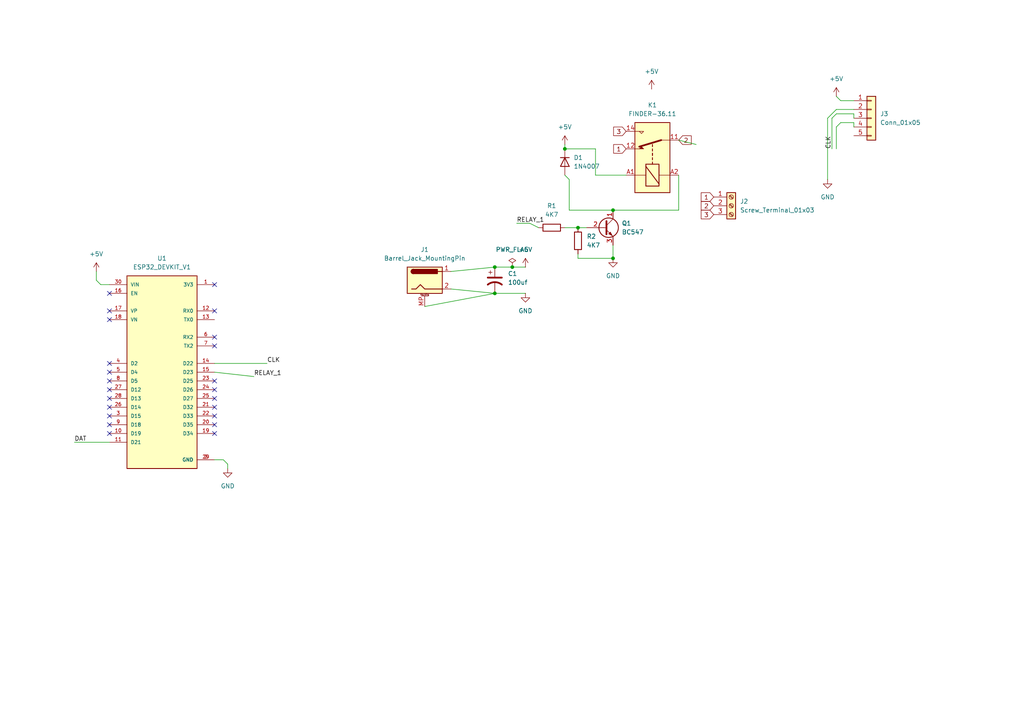
<source format=kicad_sch>
(kicad_sch (version 20231120) (generator "eeschema") (generator_version "8.0")
  (paper "A4")
  (lib_symbols
    (symbol "Connector:Barrel_Jack_MountingPin" (pin_names hide)
      (property "Reference" "J" (at 0 5.334 0))
      (property "Value" "Barrel_Jack_MountingPin" (at 1.27 -6.35 0))
      (symbol "Barrel_Jack_MountingPin_0_1"
        (rectangle (start -5.08 3.81) (end 5.08 -3.81) (stroke (width 0.254)) (fill (type background)))
        (arc (start -3.302 3.175) (mid -3.9343 2.54) (end -3.302 1.905) (stroke (width 0.254)))
        (arc (start -3.302 3.175) (mid -3.9343 2.54) (end -3.302 1.905) (stroke (width 0.254)) (fill (type outline)))
        (polyline (pts (xy 5.08 2.54) (xy 3.81 2.54)) (stroke (width 0.254)))
        (polyline (pts (xy -3.81 -2.54) (xy -2.54 -2.54) (xy -1.27 -1.27) (xy 0 -2.54) (xy 2.54 -2.54) (xy 5.08 -2.54)) (stroke (width 0.254)))
        (rectangle (start 3.683 3.175) (end -3.302 1.905) (stroke (width 0.254)) (fill (type outline)))
      )
      (symbol "Barrel_Jack_MountingPin_1_1"
        (polyline (pts (xy -1.016 -4.572) (xy 1.016 -4.572)) (stroke (width 0.1524)))
        (text "Mounting" (at 0 -4.191 0) (effects (font (size 0.381 0.381))))
        (pin passive line (at 7.62 2.54 180) (length 2.54) (name "~") (number "1"))
        (pin passive line (at 7.62 -2.54 180) (length 2.54) (name "~") (number "2"))
        (pin passive line (at 0 -7.62 90) (length 3.048) (name "MountPin") (number "MP"))
      )
    )
    (symbol "Connector:Screw_Terminal_01x03" (pin_names (offset 1.016) hide)
      (property "Reference" "J" (at 0 5.08 0))
      (property "Value" "Screw_Terminal_01x03" (at 0 -5.08 0))
      (symbol "Screw_Terminal_01x03_1_1"
        (rectangle (start -1.27 3.81) (end 1.27 -3.81) (stroke (width 0.254)) (fill (type background)))
        (circle (center 0 -2.54) (radius 0.635) (stroke (width 0.1524)))
        (polyline (pts (xy -0.5334 -2.2098) (xy 0.3302 -3.048)) (stroke (width 0.1524)))
        (polyline (pts (xy -0.5334 0.3302) (xy 0.3302 -0.508)) (stroke (width 0.1524)))
        (polyline (pts (xy -0.5334 2.8702) (xy 0.3302 2.032)) (stroke (width 0.1524)))
        (polyline (pts (xy -0.3556 -2.032) (xy 0.508 -2.8702)) (stroke (width 0.1524)))
        (polyline (pts (xy -0.3556 0.508) (xy 0.508 -0.3302)) (stroke (width 0.1524)))
        (polyline (pts (xy -0.3556 3.048) (xy 0.508 2.2098)) (stroke (width 0.1524)))
        (circle (center 0 0) (radius 0.635) (stroke (width 0.1524)))
        (circle (center 0 2.54) (radius 0.635) (stroke (width 0.1524)))
        (pin passive line (at -5.08 2.54 0) (length 3.81) (name "Pin_1") (number "1"))
        (pin passive line (at -5.08 0 0) (length 3.81) (name "Pin_2") (number "2"))
        (pin passive line (at -5.08 -2.54 0) (length 3.81) (name "Pin_3") (number "3"))
      )
    )
    (symbol "Connector_Generic:Conn_01x05" (pin_names (offset 1.016) hide)
      (property "Reference" "J" (at 0 7.62 0))
      (property "Value" "Conn_01x05" (at 0 -7.62 0))
      (symbol "Conn_01x05_1_1"
        (rectangle (start -1.27 -4.953) (end 0 -5.207) (stroke (width 0.1524)))
        (rectangle (start -1.27 -2.413) (end 0 -2.667) (stroke (width 0.1524)))
        (rectangle (start -1.27 0.127) (end 0 -0.127) (stroke (width 0.1524)))
        (rectangle (start -1.27 2.667) (end 0 2.413) (stroke (width 0.1524)))
        (rectangle (start -1.27 5.207) (end 0 4.953) (stroke (width 0.1524)))
        (rectangle (start -1.27 6.35) (end 1.27 -6.35) (stroke (width 0.254)) (fill (type background)))
        (pin passive line (at -5.08 5.08 0) (length 3.81) (name "Pin_1") (number "1"))
        (pin passive line (at -5.08 2.54 0) (length 3.81) (name "Pin_2") (number "2"))
        (pin passive line (at -5.08 0 0) (length 3.81) (name "Pin_3") (number "3"))
        (pin passive line (at -5.08 -2.54 0) (length 3.81) (name "Pin_4") (number "4"))
        (pin passive line (at -5.08 -5.08 0) (length 3.81) (name "Pin_5") (number "5"))
      )
    )
    (symbol "Device:C_Polarized_US" (pin_numbers hide) (pin_names (offset 0.254) hide)
      (property "Reference" "C" (at 0.635 2.54 0))
      (property "Value" "C_Polarized_US" (at 0.635 -2.54 0))
      (symbol "C_Polarized_US_0_1"
        (polyline (pts (xy -2.032 0.762) (xy 2.032 0.762)) (stroke (width 0.508)))
        (polyline (pts (xy -1.778 2.286) (xy -0.762 2.286)))
        (polyline (pts (xy -1.27 1.778) (xy -1.27 2.794)))
        (arc (start 2.032 -1.27) (mid 0 -0.5572) (end -2.032 -1.27) (stroke (width 0.508)))
      )
      (symbol "C_Polarized_US_1_1"
        (pin passive line (at 0 3.81 270) (length 2.794) (name "~") (number "1"))
        (pin passive line (at 0 -3.81 90) (length 3.302) (name "~") (number "2"))
      )
    )
    (symbol "Device:R" (pin_numbers hide) (pin_names (offset 0))
      (property "Reference" "R" (at 2.032 0 90))
      (property "Value" "R" (at 0 0 90))
      (symbol "R_0_1"
        (rectangle (start -1.016 -2.54) (end 1.016 2.54) (stroke (width 0.254)))
      )
      (symbol "R_1_1"
        (pin passive line (at 0 3.81 270) (length 1.27) (name "~") (number "1"))
        (pin passive line (at 0 -3.81 90) (length 1.27) (name "~") (number "2"))
      )
    )
    (symbol "Diode:1N4007" (pin_numbers hide) (pin_names hide)
      (property "Reference" "D" (at 0 2.54 0))
      (property "Value" "1N4007" (at 0 -2.54 0))
      (symbol "1N4007_0_1"
        (polyline (pts (xy -1.27 1.27) (xy -1.27 -1.27)) (stroke (width 0.254)))
        (polyline (pts (xy 1.27 0) (xy -1.27 0)))
        (polyline (pts (xy 1.27 1.27) (xy 1.27 -1.27) (xy -1.27 0) (xy 1.27 1.27)) (stroke (width 0.254)))
      )
      (symbol "1N4007_1_1"
        (pin passive line (at -3.81 0 0) (length 2.54) (name "K") (number "1"))
        (pin passive line (at 3.81 0 180) (length 2.54) (name "A") (number "2"))
      )
    )
    (symbol "Relay:FINDER-36.11"
      (property "Reference" "K" (at 11.43 3.81 0))
      (property "Value" "FINDER-36.11" (at 11.43 1.27 0))
      (symbol "FINDER-36.11_0_0"
        (polyline (pts (xy 2.54 3.81) (xy 2.54 5.08)))
        (polyline (pts (xy 7.62 3.81) (xy 7.62 5.08)))
        (polyline (pts (xy 7.62 3.81) (xy 7.62 2.54) (xy 6.985 3.175) (xy 7.62 3.81)))
      )
      (symbol "FINDER-36.11_0_1"
        (rectangle (start -10.16 5.08) (end 10.16 -5.08) (stroke (width 0.254)) (fill (type background)))
        (rectangle (start -8.255 1.905) (end -1.905 -1.905) (stroke (width 0.254)))
        (polyline (pts (xy -7.62 -1.905) (xy -2.54 1.905)) (stroke (width 0.254)))
        (polyline (pts (xy -5.08 -5.08) (xy -5.08 -1.905)))
        (polyline (pts (xy -5.08 5.08) (xy -5.08 1.905)))
        (polyline (pts (xy -1.905 0) (xy -1.27 0)) (stroke (width 0.254)))
        (polyline (pts (xy -0.635 0) (xy 0 0)) (stroke (width 0.254)))
        (polyline (pts (xy 0.635 0) (xy 1.27 0)) (stroke (width 0.254)))
        (polyline (pts (xy 0.635 0) (xy 1.27 0)) (stroke (width 0.254)))
        (polyline (pts (xy 1.905 0) (xy 2.54 0)) (stroke (width 0.254)))
        (polyline (pts (xy 3.175 0) (xy 3.81 0)) (stroke (width 0.254)))
        (polyline (pts (xy 5.08 -2.54) (xy 3.175 3.81)) (stroke (width 0.508)))
        (polyline (pts (xy 5.08 -2.54) (xy 5.08 -5.08)))
        (polyline (pts (xy 2.54 2.54) (xy 2.54 3.81) (xy 2.54 2.54) (xy 2.54 2.54) (xy 3.175 3.175) (xy 2.54 3.81)) (fill (type outline)))
      )
      (symbol "FINDER-36.11_1_1"
        (pin passive line (at 5.08 -7.62 90) (length 2.54) (name "~") (number "11"))
        (pin passive line (at 2.54 7.62 270) (length 2.54) (name "~") (number "12"))
        (pin passive line (at 7.62 7.62 270) (length 2.54) (name "~") (number "14"))
        (pin passive line (at -5.08 7.62 270) (length 2.54) (name "~") (number "A1"))
        (pin passive line (at -5.08 -7.62 90) (length 2.54) (name "~") (number "A2"))
      )
    )
    (symbol "Transistor_BJT:BC547" (pin_names (offset 0) hide)
      (property "Reference" "Q" (at 5.08 1.905 0))
      (property "Value" "BC547" (at 5.08 0 0))
      (symbol "BC547_0_1"
        (polyline (pts (xy 0 0) (xy 0.635 0)))
        (polyline (pts (xy 0.635 0.635) (xy 2.54 2.54)))
        (polyline (pts (xy 0.635 -0.635) (xy 2.54 -2.54) (xy 2.54 -2.54)))
        (polyline (pts (xy 0.635 1.905) (xy 0.635 -1.905) (xy 0.635 -1.905)) (stroke (width 0.508)))
        (polyline (pts (xy 1.27 -1.778) (xy 1.778 -1.27) (xy 2.286 -2.286) (xy 1.27 -1.778) (xy 1.27 -1.778)) (fill (type outline)))
        (circle (center 1.27 0) (radius 2.8194) (stroke (width 0.254)))
      )
      (symbol "BC547_1_1"
        (pin passive line (at 2.54 5.08 270) (length 2.54) (name "C") (number "1"))
        (pin input line (at -5.08 0 0) (length 5.08) (name "B") (number "2"))
        (pin passive line (at 2.54 -5.08 90) (length 2.54) (name "E") (number "3"))
      )
    )
    (symbol "customLibraries:ESP32_DEVKIT_V1" (pin_names (offset 1.016))
      (property "Reference" "U" (at -10.16 30.48 0))
      (property "Value" "ESP32_DEVKIT_V1" (at -10.16 -30.48 0))
      (symbol "ESP32_DEVKIT_V1_0_0"
        (rectangle (start -10.16 27.94) (end 10.16 -27.94) (stroke (width 0.254)) (fill (type background)))
        (pin output line (at 15.24 25.4 180) (length 5.08) (name "3V3") (number "1"))
        (pin bidirectional line (at -15.24 -17.78 0) (length 5.08) (name "D19") (number "10"))
        (pin bidirectional line (at -15.24 -20.32 0) (length 5.08) (name "D21") (number "11"))
        (pin input line (at 15.24 17.78 180) (length 5.08) (name "RX0") (number "12"))
        (pin output line (at 15.24 15.24 180) (length 5.08) (name "TX0") (number "13"))
        (pin bidirectional line (at 15.24 2.54 180) (length 5.08) (name "D22") (number "14"))
        (pin bidirectional line (at 15.24 0 180) (length 5.08) (name "D23") (number "15"))
        (pin input line (at -15.24 22.86 0) (length 5.08) (name "EN") (number "16"))
        (pin bidirectional line (at -15.24 17.78 0) (length 5.08) (name "VP") (number "17"))
        (pin bidirectional line (at -15.24 15.24 0) (length 5.08) (name "VN") (number "18"))
        (pin bidirectional line (at 15.24 -17.78 180) (length 5.08) (name "D34") (number "19"))
        (pin power_in line (at 15.24 -25.4 180) (length 5.08) (name "GND") (number "2"))
        (pin bidirectional line (at 15.24 -15.24 180) (length 5.08) (name "D35") (number "20"))
        (pin bidirectional line (at 15.24 -10.16 180) (length 5.08) (name "D32") (number "21"))
        (pin bidirectional line (at 15.24 -12.7 180) (length 5.08) (name "D33") (number "22"))
        (pin bidirectional line (at 15.24 -2.54 180) (length 5.08) (name "D25") (number "23"))
        (pin bidirectional line (at 15.24 -5.08 180) (length 5.08) (name "D26") (number "24"))
        (pin bidirectional line (at 15.24 -7.62 180) (length 5.08) (name "D27") (number "25"))
        (pin bidirectional line (at -15.24 -10.16 0) (length 5.08) (name "D14") (number "26"))
        (pin bidirectional line (at -15.24 -5.08 0) (length 5.08) (name "D12") (number "27"))
        (pin bidirectional line (at -15.24 -7.62 0) (length 5.08) (name "D13") (number "28"))
        (pin power_in line (at 15.24 -25.4 180) (length 5.08) (name "GND") (number "29"))
        (pin bidirectional line (at -15.24 -12.7 0) (length 5.08) (name "D15") (number "3"))
        (pin input line (at -15.24 25.4 0) (length 5.08) (name "VIN") (number "30"))
        (pin bidirectional line (at -15.24 2.54 0) (length 5.08) (name "D2") (number "4"))
        (pin bidirectional line (at -15.24 0 0) (length 5.08) (name "D4") (number "5"))
        (pin input line (at 15.24 10.16 180) (length 5.08) (name "RX2") (number "6"))
        (pin output line (at 15.24 7.62 180) (length 5.08) (name "TX2") (number "7"))
        (pin bidirectional line (at -15.24 -2.54 0) (length 5.08) (name "D5") (number "8"))
        (pin bidirectional line (at -15.24 -15.24 0) (length 5.08) (name "D18") (number "9"))
      )
    )
    (symbol "power:+5V" (power) (pin_numbers hide) (pin_names (offset 0) hide)
      (property "Value" "+5V" (at 0 3.556 0))
      (symbol "+5V_0_1"
        (polyline (pts (xy -0.762 1.27) (xy 0 2.54)))
        (polyline (pts (xy 0 0) (xy 0 2.54)))
        (polyline (pts (xy 0 2.54) (xy 0.762 1.27)))
      )
      (symbol "+5V_1_1"
        (pin power_in line (at 0 0 90) (length 0) (name "~") (number "1"))
      )
    )
    (symbol "power:GND" (power) (pin_numbers hide) (pin_names (offset 0) hide)
      (property "Value" "GND" (at 0 -3.81 0))
      (symbol "GND_0_1"
        (polyline (pts (xy 0 0) (xy 0 -1.27) (xy 1.27 -1.27) (xy 0 -2.54) (xy -1.27 -1.27) (xy 0 -1.27)))
      )
      (symbol "GND_1_1"
        (pin power_in line (at 0 0 270) (length 0) (name "~") (number "1"))
      )
    )
    (symbol "power:PWR_FLAG" (power) (pin_numbers hide) (pin_names (offset 0) hide)
      (property "Value" "PWR_FLAG" (at 0 3.81 0))
      (symbol "PWR_FLAG_0_0"
        (pin power_out line (at 0 0 90) (length 0) (name "~") (number "1"))
      )
      (symbol "PWR_FLAG_0_1"
        (polyline (pts (xy 0 0) (xy 0 1.27) (xy -1.016 1.905) (xy 0 2.54) (xy 1.016 1.905) (xy 0 1.27)))
      )
    )
  )
  (junction (at 148.59 77.47))
  (junction (at 143.51 85.09))
  (junction (at 163.83 43.18))
  (junction (at 177.8 60.96))
  (junction (at 177.8 74.93))
  (junction (at 143.51 77.47))
  (junction (at 167.64 66.04))
  (no_connect (at 62.23 118.11))
  (no_connect (at 31.75 85.09))
  (no_connect (at 62.23 90.17))
  (no_connect (at 62.23 113.03))
  (no_connect (at 62.23 125.73))
  (no_connect (at 31.75 123.19))
  (no_connect (at 31.75 120.65))
  (no_connect (at 31.75 113.03))
  (no_connect (at 31.75 110.49))
  (no_connect (at 31.75 90.17))
  (no_connect (at 62.23 120.65))
  (no_connect (at 31.75 105.41))
  (no_connect (at 62.23 110.49))
  (no_connect (at 62.23 82.55))
  (no_connect (at 31.75 125.73))
  (no_connect (at 62.23 100.33))
  (no_connect (at 31.75 118.11))
  (no_connect (at 62.23 115.57))
  (no_connect (at 31.75 92.71))
  (no_connect (at 62.23 97.79))
  (no_connect (at 31.75 115.57))
  (no_connect (at 62.23 123.19))
  (no_connect (at 31.75 107.95))
  (wire (pts (xy 153.67 64.77) (xy 156.21 66.04)))
  (wire (pts (xy 143.51 77.47) (xy 130.81 78.74)))
  (wire (pts (xy 73.66 109.22) (xy 62.23 107.95)))
  (wire (pts (xy 177.8 60.96) (xy 165.1 60.96)))
  (wire (pts (xy 242.57 33.02) (xy 247.65 33.02)))
  (wire (pts (xy 243.84 35.56) (xy 247.65 35.56)))
  (wire (pts (xy 181.61 50.8) (xy 172.72 50.8)))
  (wire (pts (xy 177.8 74.93) (xy 167.64 74.93)))
  (wire (pts (xy 196.85 60.96) (xy 177.8 60.96)))
  (wire (pts (xy 177.8 71.12) (xy 177.8 74.93)))
  (wire (pts (xy 165.1 60.96) (xy 165.1 52.07)))
  (wire (pts (xy 241.3 43.18) (xy 241.3 34.29)))
  (wire (pts (xy 148.59 77.47) (xy 143.51 77.47)))
  (wire (pts (xy 27.94 78.74) (xy 27.94 81.28)))
  (wire (pts (xy 152.4 77.47) (xy 148.59 77.47)))
  (wire (pts (xy 241.3 34.29) (xy 242.57 33.02)))
  (wire (pts (xy 64.77 133.35) (xy 66.04 134.62)))
  (wire (pts (xy 167.64 66.04) (xy 163.83 66.04)))
  (wire (pts (xy 21.59 128.27) (xy 31.75 128.27)))
  (wire (pts (xy 242.57 27.94) (xy 243.84 29.21)))
  (wire (pts (xy 201.93 41.91) (xy 196.85 40.64)))
  (wire (pts (xy 247.65 35.56) (xy 247.65 36.83)))
  (wire (pts (xy 66.04 134.62) (xy 66.04 135.89)))
  (wire (pts (xy 167.64 74.93) (xy 167.64 73.66)))
  (wire (pts (xy 152.4 85.09) (xy 143.51 85.09)))
  (wire (pts (xy 62.23 133.35) (xy 64.77 133.35)))
  (wire (pts (xy 27.94 81.28) (xy 29.21 82.55)))
  (wire (pts (xy 165.1 52.07) (xy 163.83 50.8)))
  (wire (pts (xy 242.57 36.83) (xy 243.84 35.56)))
  (wire (pts (xy 77.47 105.41) (xy 62.23 105.41)))
  (wire (pts (xy 163.83 41.91) (xy 163.83 43.18)))
  (wire (pts (xy 172.72 43.18) (xy 163.83 43.18)))
  (wire (pts (xy 172.72 50.8) (xy 172.72 43.18)))
  (wire (pts (xy 196.85 50.8) (xy 196.85 60.96)))
  (wire (pts (xy 240.03 52.07) (xy 240.03 34.29)))
  (wire (pts (xy 243.84 29.21) (xy 247.65 29.21)))
  (wire (pts (xy 242.57 31.75) (xy 247.65 31.75)))
  (wire (pts (xy 242.57 36.83) (xy 242.57 43.18)))
  (wire (pts (xy 240.03 34.29) (xy 242.57 31.75)))
  (wire (pts (xy 149.86 64.77) (xy 153.67 64.77)))
  (wire (pts (xy 130.81 83.82) (xy 143.51 85.09)))
  (wire (pts (xy 123.19 88.9) (xy 143.51 85.09)))
  (wire (pts (xy 29.21 82.55) (xy 31.75 82.55)))
  (wire (pts (xy 170.18 66.04) (xy 167.64 66.04)))
  (wire (pts (xy 247.65 33.02) (xy 247.65 34.29)))
  (label "CLK" (at 241.3 43.18 90))
  (label "DAT" (at 21.59 128.27 0))
  (label "CLK" (at 77.47 105.41 0))
  (label "RELAY_1" (at 149.86 64.77 0))
  (label "RELAY_1" (at 73.66 109.22 0))
  (global_label "3" (shape input) (at 207.01 62.23 180) (property "Intersheetrefs" "${INTERSHEET_REFS}" (effects (hide yes))))
  (global_label "2" (shape input) (at 196.85 40.64 0) (property "Intersheetrefs" "${INTERSHEET_REFS}" (effects (hide yes))))
  (global_label "3" (shape input) (at 181.61 38.1 180) (property "Intersheetrefs" "${INTERSHEET_REFS}" (effects (hide yes))))
  (global_label "1" (shape input) (at 181.61 43.18 180) (property "Intersheetrefs" "${INTERSHEET_REFS}" (effects (hide yes))))
  (global_label "1" (shape input) (at 207.01 57.15 180) (property "Intersheetrefs" "${INTERSHEET_REFS}" (effects (hide yes))))
  (global_label "2" (shape input) (at 207.01 59.69 180) (property "Intersheetrefs" "${INTERSHEET_REFS}" (effects (hide yes))))
  (symbol (lib_id "Diode:1N4007") (at 163.83 46.99 270) (unit 1)
    (property "Reference" "D1" (at 166.37 45.7199 90) (effects (justify left)))
    (property "Value" "1N4007" (at 166.37 48.2599 90) (effects (justify left)))
    (property "Footprint" "Diode_THT:D_DO-41_SOD81_P10.16mm_Horizontal" (effects (hide yes)))
    (property "Datasheet" "http://www.vishay.com/docs/88503/1n4001.pdf" (effects (hide yes)))
    (property "Description" "1000V 1A General Purpose Rectifier Diode, DO-41" (effects (hide yes)))
    (property "Sim.Device" "D" (effects (hide yes)))
    (property "Sim.Pins" "1=K 2=A" (effects (hide yes)))
  )
  (symbol (lib_id "Relay:FINDER-36.11") (at 189.23 45.72 90) (unit 1)
    (property "Reference" "K1" (at 189.23 30.48 90))
    (property "Value" "FINDER-36.11" (at 189.23 33.02 90))
    (property "Footprint" "Relay_THT:Relay_SPDT_Finder_36.11" (effects (hide yes)))
    (property "Datasheet" "https://gfinder.findernet.com/public/attachments/36/EN/S36EN.pdf" (effects (hide yes)))
    (property "Description" "FINDER 36.11, SPDT relay, 10A" (effects (hide yes)))
  )
  (symbol (lib_id "power:GND") (at 177.8 74.93 0) (unit 1)
    (property "Reference" "#PWR04" (effects (hide yes)))
    (property "Value" "GND" (at 177.8 80.01 0))
    (property "Description" "Power symbol creates a global label with name \"GND\" , ground" (effects (hide yes)))
  )
  (symbol (lib_id "Device:R") (at 167.64 69.85 0) (unit 1)
    (property "Reference" "R2" (at 170.18 68.5799 0) (effects (justify left)))
    (property "Value" "4K7" (at 170.18 71.1199 0) (effects (justify left)))
    (property "Footprint" "Resistor_THT:R_Axial_DIN0207_L6.3mm_D2.5mm_P10.16mm_Horizontal" (effects (hide yes)))
    (property "Description" "Resistor" (effects (hide yes)))
  )
  (symbol (lib_id "power:GND") (at 66.04 135.89 0) (unit 1)
    (property "Reference" "#PWR09" (effects (hide yes)))
    (property "Value" "GND" (at 66.04 140.97 0))
    (property "Description" "Power symbol creates a global label with name \"GND\" , ground" (effects (hide yes)))
  )
  (symbol (lib_id "Device:R") (at 160.02 66.04 90) (unit 1)
    (property "Reference" "R1" (at 160.02 59.69 90))
    (property "Value" "4K7" (at 160.02 62.23 90))
    (property "Footprint" "Resistor_THT:R_Axial_DIN0207_L6.3mm_D2.5mm_P10.16mm_Horizontal" (effects (hide yes)))
    (property "Description" "Resistor" (effects (hide yes)))
  )
  (symbol (lib_id "power:GND") (at 152.4 85.09 0) (unit 1)
    (property "Reference" "#PWR02" (effects (hide yes)))
    (property "Value" "GND" (at 152.4 90.17 0))
    (property "Description" "Power symbol creates a global label with name \"GND\" , ground" (effects (hide yes)))
  )
  (symbol (lib_id "Connector:Barrel_Jack_MountingPin") (at 123.19 81.28 0) (unit 1)
    (property "Reference" "J1" (at 123.19 72.39 0))
    (property "Value" "Barrel_Jack_MountingPin" (at 123.19 74.93 0))
    (property "Footprint" "Connector_BarrelJack:BarrelJack_Horizontal" (effects (hide yes)))
    (property "Description" "DC Barrel Jack with a mounting pin" (effects (hide yes)))
  )
  (symbol (lib_id "power:+5V") (at 242.57 27.94 0) (unit 1)
    (property "Reference" "#PWR06" (effects (hide yes)))
    (property "Value" "+5V" (at 242.57 22.86 0))
    (property "Description" "Power symbol creates a global label with name \"+5V\"" (effects (hide yes)))
  )
  (symbol (lib_id "power:+5V") (at 163.83 41.91 0) (unit 1)
    (property "Reference" "#PWR03" (effects (hide yes)))
    (property "Value" "+5V" (at 163.83 36.83 0))
    (property "Description" "Power symbol creates a global label with name \"+5V\"" (effects (hide yes)))
  )
  (symbol (lib_id "Device:C_Polarized_US") (at 143.51 81.28 0) (unit 1)
    (property "Reference" "C1" (at 147.32 79.3749 0) (effects (justify left)))
    (property "Value" "100uf" (at 147.32 81.9149 0) (effects (justify left)))
    (property "Footprint" "Capacitor_THT:CP_Radial_D8.0mm_P3.50mm" (effects (hide yes)))
    (property "Description" "Polarized capacitor, US symbol" (effects (hide yes)))
  )
  (symbol (lib_id "Transistor_BJT:BC547") (at 175.26 66.04 0) (unit 1)
    (property "Reference" "Q1" (at 180.34 64.7699 0) (effects (justify left)))
    (property "Value" "BC547" (at 180.34 67.3099 0) (effects (justify left)))
    (property "Footprint" "Package_TO_SOT_THT:TO-92_Inline" (effects (hide yes)))
    (property "Datasheet" "https://www.onsemi.com/pub/Collateral/BC550-D.pdf" (effects (hide yes)))
    (property "Description" "0.1A Ic, 45V Vce, Small Signal NPN Transistor, TO-92" (effects (hide yes)))
  )
  (symbol (lib_id "power:GND") (at 240.03 52.07 0) (unit 1)
    (property "Reference" "#PWR07" (effects (hide yes)))
    (property "Value" "GND" (at 240.03 57.15 0))
    (property "Description" "Power symbol creates a global label with name \"GND\" , ground" (effects (hide yes)))
  )
  (symbol (lib_id "power:PWR_FLAG") (at 148.59 77.47 0) (unit 1)
    (property "Reference" "#FLG01" (effects (hide yes)))
    (property "Value" "PWR_FLAG" (at 148.59 72.39 0))
    (property "Description" "Special symbol for telling ERC where power comes from" (effects (hide yes)))
  )
  (symbol (lib_id "power:+5V") (at 152.4 77.47 0) (unit 1)
    (property "Reference" "#PWR01" (effects (hide yes)))
    (property "Value" "+5V" (at 152.4 72.39 0))
    (property "Description" "Power symbol creates a global label with name \"+5V\"" (effects (hide yes)))
  )
  (symbol (lib_id "power:+5V") (at 188.9876 25.8127 0) (unit 1)
    (property "Reference" "#PWR05" (effects (hide yes)))
    (property "Value" "+5V" (at 188.9876 20.7327 0))
    (property "Description" "Power symbol creates a global label with name \"+5V\"" (effects (hide yes)))
  )
  (symbol (lib_id "power:+5V") (at 27.94 78.74 0) (unit 1)
    (property "Reference" "#PWR08" (effects (hide yes)))
    (property "Value" "+5V" (at 27.94 73.66 0))
    (property "Description" "Power symbol creates a global label with name \"+5V\"" (effects (hide yes)))
  )
  (symbol (lib_id "Connector:Screw_Terminal_01x03") (at 212.09 59.69 0) (unit 1)
    (property "Reference" "J2" (at 214.63 58.4199 0) (effects (justify left)))
    (property "Value" "Screw_Terminal_01x03" (at 214.63 60.9599 0) (effects (justify left)))
    (property "Footprint" "TerminalBlock_Phoenix:TerminalBlock_Phoenix_PT-1,5-3-5.0-H_1x03_P5.00mm_Horizontal" (effects (hide yes)))
    (property "Description" "Generic screw terminal, single row, 01x03, script generated (kicad-library-utils/schlib/autogen/connector/)" (effects (hide yes)))
  )
  (symbol (lib_id "Connector_Generic:Conn_01x05") (at 252.73 34.29 0) (unit 1)
    (property "Reference" "J3" (at 255.27 33.0199 0) (effects (justify left)))
    (property "Value" "Conn_01x05" (at 255.27 35.5599 0) (effects (justify left)))
    (property "Footprint" "Connector_PinHeader_2.54mm:PinHeader_1x05_P2.54mm_Horizontal" (effects (hide yes)))
    (property "Description" "Generic connector, single row, 01x05, script generated (kicad-library-utils/schlib/autogen/connector/)" (effects (hide yes)))
  )
  (symbol (lib_id "customLibraries:ESP32_DEVKIT_V1") (at 46.99 107.95 0) (unit 1)
    (property "Reference" "U1" (at 46.99 74.93 0))
    (property "Value" "ESP32_DEVKIT_V1" (at 46.99 77.47 0))
    (property "Footprint" "customLibraries:ESP32_DEVKIT_V1" (effects (hide yes)))
    (property "MF" "Do it" (effects (hide yes)))
    (property "MAXIMUM_PACKAGE_HEIGHT" "6.8 mm" (effects (hide yes)))
    (property "Package" "None" (effects (hide yes)))
    (property "Price" "None" (effects (hide yes)))
    (property "Check_prices" "https://www.snapeda.com/parts/ESP32-DEVKIT-V1/Do+it/view-part/?ref=eda" (effects (hide yes)))
    (property "STANDARD" "Manufacturer Recommendations" (effects (hide yes)))
    (property "PARTREV" "N/A" (effects (hide yes)))
    (property "SnapEDA_Link" "https://www.snapeda.com/parts/ESP32-DEVKIT-V1/Do+it/view-part/?ref=snap" (effects (hide yes)))
    (property "MP" "ESP32-DEVKIT-V1" (effects (hide yes)))
    (property "Description_1" "\nDual core, Wi-Fi: 2.4 GHz up to 150 Mbits/s,BLE (Bluetooth Low Energy) and legacy Bluetooth, 32 bits, Up to 240 MHz\n" (effects (hide yes)))
    (property "Availability" "Not in stock" (effects (hide yes)))
    (property "MANUFACTURER" "DOIT" (effects (hide yes)))
  )
)
</source>
